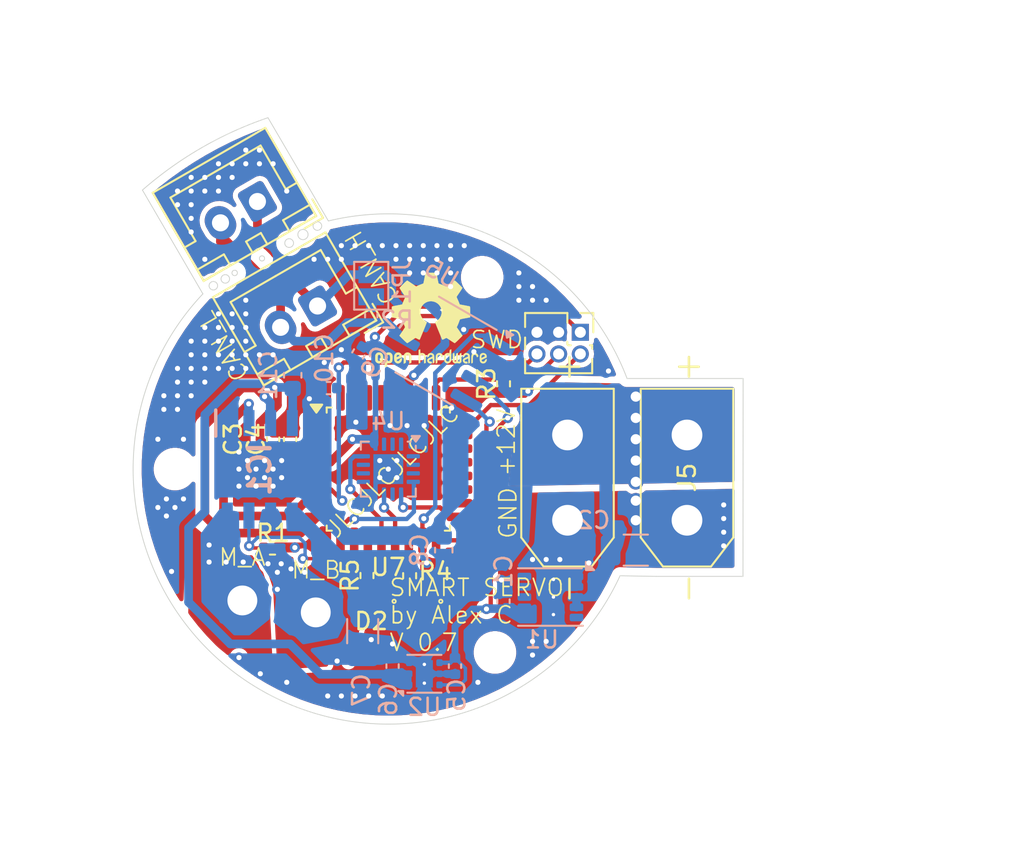
<source format=kicad_pcb>
(kicad_pcb (version 20240108) (generator "pcbnew") (generator_version "8.0")
  (layers (0 "F.Cu" signal "Front") (1 "In1.Cu" signal) (2 "In2.Cu" signal) (31 "B.Cu" signal "Back") (34 "B.Paste" user) (35 "F.Paste" user) (36 "B.SilkS" user "B.Silkscreen") (37 "F.SilkS" user "F.Silkscreen") (38 "B.Mask" user) (39 "F.Mask" user) (44 "Edge.Cuts" user))
  (net 0 "")
  (net 1 "GND")
  (net 2 "+3V3")
  (net 3 "+12V")
  (net 4 "RP_RX")
  (net 5 "RP_TX")
  (net 6 "ISEN")
  (net 7 "Net-(IC1-OUT2)")
  (net 8 "Net-(IC1-OUT1)")
  (net 9 "MOSI")
  (net 10 "+5V")
  (net 11 "CAN_H")
  (net 12 "CAN_L")
  (net 13 "CAN_SILENT")
  (net 14 "Net-(D1-Pad2)")
  (net 19 "NRST")
  (net 20 "SWCLK")
  (net 21 "SWDIO")
  (net 23 "DRV_IN2")
  (net 27 "MISO")
  (net 28 "MAG_CS")
  (net 32 "SCK")
  (net 37 "Net-(D2-Pad2)")
  (net 38 "DRV_IN1")
  (net 53 "Net-(JP1-A)")
  (net 54 "Net-(U7-PA7)")
  (net 55 "Net-(U7-PA4)")
  (footprint "Capacitor_SMD:C_0402_1005Metric" (layer "F.Cu") (at 86.75 71 90)
    (property "Reference" "C3")
    (property "Value" "100nF")
  )
  (footprint "Package_QFP:LQFP-32_7x7mm_P0.8mm" (layer "F.Cu") (at 93.5 72.75)
    (property "Reference" "U7")
    (property "Value" "STM32G0B1KBTx")
  )
  (footprint "Resistor_SMD:R_0402_1005Metric" (layer "F.Cu") (at 100.25 67.75 -90)
    (property "Reference" "R3")
    (property "Value" "10k")
  )
  (footprint "Resistor_SMD:R_0402_1005Metric" (layer "F.Cu") (at 94.75 79 -90)
    (property "Reference" "R4")
    (property "Value" "430")
  )
  (footprint "Connector_Wire:SolderWire-1sqmm_1x01_D1.4mm_OD2.7mm" (layer "F.Cu") (at 89.25 81.15)
    (property "Reference" "J2" (hide yes))
    (property "Value" "MOT_A")
  )
  (footprint "MountingHole:MountingHole_2.2mm_M2" (layer "F.Cu") (at 99.75 83.5)
    (property "Reference" "REF**" (hide yes))
    (property "Value" "MountingHole_2.2mm_M2")
  )
  (footprint "Capacitor_SMD:C_0402_1005Metric" (layer "F.Cu") (at 87.75 71 90)
    (property "Reference" "C4")
    (property "Value" "4.7uF")
  )
  (footprint "Symbol:OSHW-Logo2_7.3x6mm_SilkScreen" (layer "F.Cu") (at 96 64)
    (property "Reference" "REF**" (hide yes))
    (property "Value" "OSHW-Logo2_7.3x6mm_SilkScreen" (hide yes))
  )
  (footprint "Resistor_SMD:R_0402_1005Metric" (layer "F.Cu") (at 86.715 77.38175)
    (property "Reference" "R1")
    (property "Value" "15k")
  )
  (footprint "Connector_AMASS:AMASS_XT30UPB-M_1x02_P5.0mm_Vertical" (layer "F.Cu") (at 110.999999 75.75 90)
    (property "Reference" "J5")
    (property "Value" "Power_In")
  )
  (footprint "Connector_JST:JST_XH_B2B-XH-A_1x02_P2.50mm_Vertical" (layer "F.Cu") (at 85.832923 57.063277 -150)
    (property "Reference" "J6" (hide yes))
    (property "Value" "Control_In")
  )
  (footprint "MountingHole:MountingHole_2.2mm_M2" (layer "F.Cu") (at 81 72.75)
    (property "Reference" "REF**" (hide yes))
    (property "Value" "MountingHole_2.2mm_M2")
  )
  (footprint "Connector_Wire:SolderWire-1sqmm_1x01_D1.4mm_OD2.7mm" (layer "F.Cu") (at 84.95 80.45)
    (property "Reference" "J7" (hide yes))
    (property "Value" "MOT_B")
  )
  (footprint "Connector_JST:JST_XH_B2B-XH-A_1x02_P2.50mm_Vertical" (layer "F.Cu") (at 89.354915 63.188669 -150)
    (property "Reference" "J1" (hide yes))
    (property "Value" "Control_In")
  )
  (footprint "Connector_AMASS:AMASS_XT30UPB-M_1x02_P5.0mm_Vertical" (layer "F.Cu") (at 104 75.75 90)
    (property "Reference" "J4" (hide yes))
    (property "Value" "Power_In")
  )
  (footprint "LED_SMD:LED_0402_1005Metric" (layer "F.Cu") (at 92.75 80.5 180)
    (property "Reference" "D2")
    (property "Value" "LED")
  )
  (footprint "MountingHole:MountingHole_2.2mm_M2" (layer "F.Cu") (at 99 61.5)
    (property "Reference" "REF**" (hide yes))
    (property "Value" "MountingHole_2.2mm_M2")
  )
  (footprint "Resistor_SMD:R_0402_1005Metric" (layer "F.Cu") (at 92.250001 78.99 -90)
    (property "Reference" "R5")
    (property "Value" "430")
  )
  (footprint "Connector_PinHeader_1.27mm:PinHeader_2x03_P1.27mm_Vertical" (layer "F.Cu") (at 104.75 64.729999 -90)
    (property "Reference" "J3" (hide yes))
    (property "Value" "Prog_IN")
  )
  (footprint "LED_SMD:LED_0402_1005Metric" (layer "F.Cu") (at 95.484998 80.5 180)
    (property "Reference" "D1" (hide yes))
    (property "Value" "LED")
  )
  (footprint "Capacitor_SMD:C_0402_1005Metric" (layer "B.Cu") (at 90 68)
    (property "Reference" "C10")
    (property "Value" "100nF")
  )
  (footprint "Capacitor_SMD:C_1206_3216Metric" (layer "B.Cu") (at 92 82.25 90)
    (property "Reference" "C7")
    (property "Value" "10uF, 50V")
  )
  (footprint "Capacitor_SMD:C_1206_3216Metric" (layer "B.Cu") (at 108 77.5 180)
    (property "Reference" "C2")
    (property "Value" "10uF, 50V, X7R")
  )
  (footprint "Capacitor_SMD:C_0402_1005Metric" (layer "B.Cu") (at 93.75 84.300002 90)
    (property "Reference" "C6")
    (property "Value" "2.2uF, X7R")
  )
  (footprint "Capacitor_SMD:C_0603_1608Metric" (layer "B.Cu") (at 87.9 67.25 -90)
    (property "Reference" "C11")
    (property "Value" "100nF, X7R")
  )
  (footprint "Package_SON:WSON-6-1EP_2x2mm_P0.65mm_EP1x1.6mm_ThermalVias" (layer "B.Cu") (at 95.6125 84.750001)
    (property "Reference" "U2")
    (property "Value" "TLV76733DRVx")
  )
  (footprint "_custom:SOIC127P600X170-9N" (layer "B.Cu") (at 85.969999 72.762999 -90)
    (property "Reference" "IC1")
    (property "Value" "DRV8251DDAR" (hide yes))
  )
  (footprint "Capacitor_SMD:C_0402_1005Metric" (layer "B.Cu") (at 91.75 66 60)
    (property "Reference" "C9")
    (property "Value" "100nF")
  )
  (footprint "Capacitor_SMD:C_0402_1005Metric" (layer "B.Cu") (at 100.25 80.5 -90)
    (property "Reference" "C1")
    (property "Value" "100nF, X7R")
  )
  (footprint "Jumper:SolderJumper-2_P1.3mm_Open_Pad1.0x1.5mm" (layer "B.Cu") (at 92.5 62 90)
    (property "Reference" "JP1")
    (property "Value" "Jumper_2_Open")
  )
  (footprint "Package_SO:SOIC-8_3.9x4.9mm_P1.27mm" (layer "B.Cu") (at 96.87909 65.832721 150)
    (property "Reference" "U5")
    (property "Value" "TJA1051T-3")
  )
  (footprint "Package_DFN_QFN:QFN-16-1EP_3x3mm_P0.5mm_EP1.75x1.75mm" (layer "B.Cu") (at 93.5 72.75 180)
    (property "Reference" "U4")
    (property "Value" "MA730")
  )
  (footprint "Capacitor_SMD:C_0603_1608Metric" (layer "B.Cu") (at 96.75 77.5 -90)
    (property "Reference" "C8")
    (property "Value" "100nF, 50V")
  )
  (footprint "Capacitor_SMD:C_0402_1005Metric" (layer "B.Cu") (at 92.5 63.75 -90)
    (property "Reference" "R2")
    (property "Value" "120")
  )
  (footprint "Package_LGA:Texas_SIL0010A_MicroSiP-10-1EP_3.8x3mm_P0.6mm_EP0.7x2.9mm_ThermalVias" (layer "B.Cu") (at 103 80.25 180)
    (property "Reference" "U1")
    (property "Value" "LMZM23601V5")
  )
  (footprint "Capacitor_SMD:C_0402_1005Metric" (layer "B.Cu") (at 97.407499 84.300003 -90)
    (property "Reference" "C5")
    (property "Value" "1uF, X7R")
  )
  (gr_arc (start 107.079445 79.002907) (mid 85.127056 85.135233) (end 82.637075 62.478826) (stroke (width 0.05)) (layer "Edge.Cuts"))
  (gr_circle (center 83.95 61.6) (end 84.2 61.6) (stroke (width 0.05)) (fill none) (layer "Edge.Cuts"))
  (gr_line (start 82.637074 62.478825) (end 79.1 56.4) (stroke (width 0.05)) (layer "Edge.Cuts"))
  (gr_circle (center 86.1 60.4) (end 86.25 60.4) (stroke (width 0.05)) (fill none) (layer "Edge.Cuts"))
  (gr_arc (start 79.094221 56.393393) (mid 82.564125 53.91116) (end 86.45 52.150001) (stroke (width 0.05)) (layer "Edge.Cuts"))
  (gr_arc (start 89.988879 58.203928) (mid 100.484123 59.516021) (end 107.489999 67.44) (stroke (width 0.05)) (layer "Edge.Cuts"))
  (gr_circle (center 87.690984 59.5) (end 87.75 59.25) (stroke (width 0.05)) (fill none) (layer "Edge.Cuts"))
  (gr_line (start 107.489999 67.44) (end 114.29 67.44) (stroke (width 0.05)) (layer "Edge.Cuts"))
  (gr_line (start 109.2 79.04) (end 114.28 79.04) (stroke (width 0.05)) (layer "Edge.Cuts"))
  (gr_circle (center 88.5 59) (end 88.8 59) (stroke (width 0.05)) (fill none) (layer "Edge.Cuts"))
  (gr_line (start 114.29 67.44) (end 114.28 79.04) (stroke (width 0.05)) (layer "Edge.Cuts"))
  (gr_line (start 109.2 79.04) (end 107.079445 79.002907) (stroke (width 0.05)) (layer "Edge.Cuts"))
  (gr_line (start 89.988879 58.203928) (end 86.45 52.15) (stroke (width 0.05)) (layer "Edge.Cuts"))
  (gr_circle (center 89.346447 58.5) (end 89.6 58.5) (stroke (width 0.05)) (fill none) (layer "Edge.Cuts"))
  (gr_circle (center 84.5 61.25) (end 84.65 61.3) (stroke (width 0.05)) (fill none) (layer "Edge.Cuts"))
  (gr_circle (center 83.25 62) (end 83.5 62) (stroke (width 0.05)) (fill none) (layer "Edge.Cuts"))
  (gr_text "JLCJLCJLCJLC" (at 90.48 76.96 45) (layer "F.SilkS") (effects (font (size 1 1) (thickness 0.1)) (justify left bottom)))
  (gr_text "M_A" (at 83.5 78.5 0) (layer "F.SilkS") (effects (font (size 1 1) (thickness 0.1)) (justify left bottom)))
  (gr_text "SMART SERVO\nby Alex C\nV 0.7" (at 93.5 83.5 0) (layer "F.SilkS") (effects (font (size 1 1) (thickness 0.1)) (justify left bottom)))
  (gr_text "GND" (at 101.098426 76.912485 90) (layer "F.SilkS") (effects (font (size 1 1) (thickness 0.1)) (justify left bottom)))
  (gr_text "CAN_H" (at 94.25 62.75 120) (layer "F.SilkS") (effects (font (size 1 1) (thickness 0.1)) (justify left bottom)))
  (gr_text "CAN_L" (at 85.5 67.25 120) (layer "F.SilkS") (effects (font (size 1 1) (thickness 0.1)) (justify left bottom)))
  (gr_text "M_B" (at 87.75 79.25 0) (layer "F.SilkS") (effects (font (size 1 1) (thickness 0.1)) (justify left bottom)))
  (gr_text "SWD" (at 98.25 65.75 0) (layer "F.SilkS") (effects (font (size 1 1) (thickness 0.1)) (justify left bottom)))
  (gr_text "+12V" (at 101 73.25 90) (layer "F.SilkS") (effects (font (size 1 1) (thickness 0.1)) (justify left bottom)))
  (segment (start 87.65 73.15) (end 87.25 72.75) (width 0.508) (layer "F.Cu") (net 1))
  (segment (start 101.613288 68.25) (end 101.681644 68.181644) (width 0.2) (layer "F.Cu") (net 1))
  (segment (start 87.75 70.52) (end 86.75 70.52) (width 0.508) (layer "F.Cu") (net 1))
  (segment (start 87.993253 77.381747) (end 88.025 77.35) (width 0.508) (layer "F.Cu") (net 1))
  (segment (start 91.75 72.25) (end 93 72.25) (width 0.508) (layer "F.Cu") (net 1))
  (segment (start 89.325 73.15) (end 87.65 73.15) (width 0.508) (layer "F.Cu") (net 1))
  (segment (start 87.75 69.75) (end 87.75 70.52) (width 0.508) (layer "F.Cu") (net 1))
  (segment (start 87.65 73.15) (end 87.25 73.25) (width 0.508) (layer "F.Cu") (net 1))
  (segment (start 88.875 68.625) (end 87.75 69.75) (width 0.508) (layer "F.Cu") (net 1))
  (segment (start 89.325 73.15) (end 90.85 73.15) (width 0.508) (layer "F.Cu") (net 1))
  (segment (start 87.25 73.25) (end 86.75 72.75) (width 0.508) (layer "F.Cu") (net 1))
  (segment (start 101.25 68.25) (end 101.613288 68.25) (width 0.2) (layer "F.Cu") (net 1))
  (segment (start 87.224999 77.381747) (end 87.993253 77.381747) (width 0.508) (layer "F.Cu") (net 1))
  (segment (start 86.75 72.75) (end 87.25 72.25) (width 0.508) (layer "F.Cu") (net 1))
  (segment (start 90.85 73.15) (end 91.75 72.25) (width 0.508) (layer "F.Cu") (net 1))
  (via (at 82.75 55.65) (size 0.6) (drill 0.3) (layers "F.Cu" "B.Cu") (net 1))
  (via (at 86.75 72.75) (size 0.6) (drill 0.3) (layers "F.Cu" "B.Cu") (net 1))
  (via (at 90.75 60.45) (size 0.6) (drill 0.3) (layers "F.Cu" "B.Cu") (net 1))
  (via (at 97.95 59.65) (size 0.6) (drill 0.3) (layers "F.Cu" "B.Cu") (net 1))
  (via (at 81.95 66.85) (size 0.6) (drill 0.3) (layers "F.Cu" "B.Cu") (net 1))
  (via (at 81 75) (size 0.6) (drill 0.3) (layers "F.Cu" "B.Cu") (net 1))
  (via (at 85.95 54.05) (size 0.6) (drill 0.3) (layers "F.Cu" "B.Cu") (net 1))
  (via (at 101.95 78.05) (size 0.6) (drill 0.3) (layers "F.Cu" "B.Cu") (net 1))
  (via (at 93.5 72.75) (size 0.6) (drill 0.3) (layers "F.Cu" "B.Cu") (net 1))
  (via (at 97.15 60.45) (size 0.6) (drill 0.3) (layers "F.Cu" "B.Cu") (net 1))
  (via (at 93.75 83) (size 0.6) (drill 0.3) (layers "F.Cu" "B.Cu") (net 1))
  (via (at 83.55 65.25) (size 0.6) (drill 0.3) (layers "F.Cu" "B.Cu") (net 1))
  (via (at 95.55 59.65) (size 0.6) (drill 0.3) (layers "F.Cu" "B.Cu") (net 1))
  (via (at 85.25 73.25) (size 0.6) (drill 0.3) (layers "F.Cu" "B.Cu") (net 1))
  (via (at 81.5 71) (size 0.6) (drill 0.3) (layers "F.Cu" "B.Cu") (net 1))
  (via (at 80.35 69.25) (size 0.6) (drill 0.3) (layers "F.Cu" "B.Cu") (net 1))
  (via (at 80.5 74.5) (size 0.6) (drill 0.3) (layers "F.Cu" "B.Cu") (net 1))
  (via (at 95.6 70.2) (size 0.6) (drill 0.3) (layers "F.Cu" "B.Cu") (net 1))
  (via (at 81.15 68.45) (size 0.6) (drill 0.3) (layers "F.Cu" "B.Cu") (net 1))
  (via (at 92.35 86.05) (size 0.6) (drill 0.3) (layers "F.Cu" "B.Cu") (net 1))
  (via (at 82.75 64.45) (size 0.6) (drill 0.3) (layers "F.Cu" "B.Cu") (net 1))
  (via (at 87.55 85.25) (size 0.6) (drill 0.3) (layers "F.Cu" "B.Cu") (net 1))
  (via (at 92.35 59.65) (size 0.6) (drill 0.3) (layers "F.Cu" "B.Cu") (net 1))
  (via (at 84.75 71.75) (size 0.6) (drill 0.3) (layers "F.Cu" "B.Cu") (net 1))
  (via (at 81.15 66.85) (size 0.6) (drill 0.3) (layers "F.Cu" "B.Cu") (net 1))
  (via (at 93.15 86.05) (size 0.6) (drill 0.3) (layers "F.Cu" "B.Cu") (net 1))
  (via (at 86.001524 84.747615) (size 0.6) (drill 0.3) (layers "F.Cu" "B.Cu") (net 1))
  (via (at 80.35 68.45) (size 0.6) (drill 0.3) (layers "F.Cu" "B.Cu") (net 1))
  (via (at 84.35 64.45) (size 0.6) (drill 0.3) (layers "F.Cu" "B.Cu") (net 1))
  (via (at 88.875 68.625) (size 0.6) (drill 0.3) (layers "F.Cu" "B.Cu") (net 1))
  (via (at 90.5 84) (size 0.6) (drill 0.3) (layers "F.Cu" "B.Cu") (net 1))
  (via (at 84.35 63.65) (size 0.6) (drill 0.3) (layers "F.Cu" "B.Cu") (net 1))
  (via (at 106.4 67) (size 0.6) (drill 0.3) (layers "F.Cu" "B.Cu") (net 1))
  (via (at 80 75) (size 0.6) (drill 0.3) (layers "F.Cu" "B.Cu") (net 1))
  (via (at 92.5 82.75) (size 0.6) (drill 0.3) (layers "F.Cu" "B.Cu") (net 1))
  (via (at 91.55 59.65) (size 0.6) (drill 0.3) (layers "F.Cu" "B.Cu") (net 1))
  (via (at 93 72.25) (size 0.6) (drill 0.3) (layers "F.Cu" "B.Cu") (net 1))
  (via (at 81.95 55.65) (size 0.6) (drill 0.3) (layers "F.Cu" "B.Cu") (net 1))
  (via (at 98.513712 65.873) (size 0.6) (drill 0.3) (layers "F.Cu" "B.Cu") (net 1))
  (via (at 85.15 62.85) (size 0.6) (drill 0.3) (layers "F.Cu" "B.Cu") (net 1))
  (via (at 93 73.25) (size 0.6) (drill 0.3) (layers "F.Cu" "B.Cu") (net 1))
  (via (at 102.75 82.85) (size 0.6) (drill 0.3) (layers "F.Cu" "B.Cu") (net 1))
  (via (at 89.15 60.45) (size 0.6) (drill 0.3) (layers "F.Cu" "B.Cu") (net 1))
  (via (at 93.15 59.65) (size 0.6) (drill 0.3) (layers "F.Cu" "B.Cu") (net 1))
  (via (at 85.95 54.85) (size 0.6) (drill 0.3) (layers "F.Cu" "B.Cu") (net 1))
  (via (at 81.95 58.05) (size 0.6) (drill 0.3) (layers "F.Cu" "B.Cu") (net 1))
  (via (at 84.35 54.85) (size 0.6) (drill 0.3) (layers "F.Cu" "B.Cu") (net 1))
  (via (at 81.95 58.85) (size 0.6) (drill 0.3) (layers "F.Cu" "B.Cu") (net 1))
  (via (at 93.6 70.2) (size 0.6) (drill 0.3) (layers "F.Cu" "B.Cu") (net 1))
  (via (at 82.75 66.85) (size 0.6) (drill 0.3) (layers "F.Cu" "B.Cu") (net 1))
  (via (at 97.15 61.25) (size 0.6) (drill 0.3) (layers "F.Cu" "B.Cu") (net 1))
  (via (at 83.55 54.85) (size 0.6) (drill 0.3) (layers "F.Cu" "B.Cu") (net 1))
  (via (at 101.15 62.05) (size 0.6) (drill 0.3) (layers "F.Cu" "B.Cu") (net 1))
  (via (at 90.75 86.05) (size 0.6) (drill 0.3) (layers "F.Cu" "B.Cu") (net 1))
  (via (at 101.95 62.85) (size 0.6) (drill 0.3) (layers "F.Cu" "B.Cu") (net 1))
  (via (at 88.025 77.35) (size 0.6) (drill 0.3) (layers "F.Cu" "B.Cu") (net 1))
  (via (at 82.75 60.45) (size 0.6) (drill 0.3) (layers "F.Cu" "B.Cu") (net 1))
  (via (at 83.55 64.45) (size 0.6) (drill 0.3) (layers "F.Cu" "B.Cu") (net 1))
  (via (at 113.15 77.25) (size 0.6) (drill 0.3) (layers "F.Cu" "B.Cu") (net 1))
  (via (at 81.15 57.25) (size 0.6) (drill 0.3) (layers "F.Cu" "B.Cu") (net 1))
  (via (at 80.8 78.75) (size 0.6) (drill 0.3) (layers "F.Cu" "B.Cu") (net 1))
  (via (at 108 75.75) (size 0.9) (drill 0.6) (layers "F.Cu" "B.Cu") (net 1))
  (via (at 85.15 54.05) (size 0.6) (drill 0.3) (layers "F.Cu" "B.Cu") (net 1))
  (via (at 105.25 78.25) (size 0.6) (drill 0.3) (layers "F.Cu" "B.Cu") (net 1))
  (via (at 86.75 73.75) (size 0.6) (drill 0.3) (layers "F.Cu" "B.Cu") (net 1))
  (via (at 98.75 85.25) (size 0.6) (drill 0.3) (layers "F.Cu" "B.Cu") (net 1))
  (via (at 95.55 61.25) (size 0.6) (drill 0.3) (layers "F.Cu" "B.Cu") (net 1))
  (via (at 84.75 72.75) (size 0.6) (drill 0.3) (layers "F.Cu" "B.Cu") (net 1))
  (via (at 85.75 73.75) (size 0.6) (drill 0.3) (layers "F.Cu" "B.Cu") (net 1))
  (via (at 81.5 74.5) (size 0.6) (drill 0.3) (layers "F.Cu" "B.Cu") (net 1))
  (via (at 84.75 83.8) (size 0.6) (drill 0.3) (layers "F.Cu" "B.Cu") (net 1))
  (via (at 113.15 76.45) (size 0.6) (drill 0.3) (layers "F.Cu" "B.Cu") (net 1))
  (via (at 84.35 65.25) (size 0.6) (drill 0.3) (layers "F.Cu" "B.Cu") (net 1))
  (via (at 81.95 67.65) (size 0.6) (drill 0.3) (layers "F.Cu" "B.Cu") (net 1))
  (via (at 95.75 78.25) (size 0.6) (drill 0.3) (layers "F.Cu" "B.Cu") (net 1))
  (via (at 84.35 66.05) (size 0.6) (drill 0.3) (layers "F.Cu" "B.Cu") (net 1))
  (via (at 81.15 56.45) (size 0.6) (drill 0.3) (layers "F.Cu" "B.Cu") (net 1))
  (via (at 80 71) (size 0.6) (drill 0.3) (layers "F.Cu" "B.Cu") (net 1))
  (via (at 85.75 72.75) (size 0.6) (drill 0.3) (layers "F.Cu" "B.Cu") (net 1))
  (via (at 96.35 59.65) (size 0.6) (drill 0.3) (layers "F.Cu" "B.Cu") (net 1))
  (via (at 94.75 59.65) (size 0.6) (drill 0.3) (layers "F.Cu" "B.Cu") (net 1))
  (via (at 85.15 54.85) (size 0.6) (drill 0.3) (layers "F.Cu" "B.Cu") (net 1))
  (via (at 85.15 65.25) (size 0.6) (drill 0.3) (layers "F.Cu" "B.Cu") (net 1))
  (via (at 81.95 66.05) (size 0.6) (drill 0.3) (layers "F.Cu" "B.Cu") (net 1))
  (via (at 83.55 55.65) (size 0.6) (drill 0.3) (layers "F.Cu" "B.Cu") (net 1))
  (via (at 97.916644 64.566644) (size 0.6) (drill 0.3) (layers "F.Cu" "B.Cu") (net 1))
  (via (at 101.95 83.65) (size 0.6) (drill 0.3) (layers "F.Cu" "B.Cu") (net 1))
  (via (at 93.95 59.65) (size 0.6) (drill 0.3) (layers "F.Cu" "B.Cu") (net 1))
  (via (at 103.55 78.05) (size 0.6) (drill 0.3) (layers "F.Cu" "B.Cu") (net 1))
  (via (at 82.75 66.05) (size 0.6) (drill 0.3) (layers "F.Cu" "B.Cu") (net 1))
  (via (at 97.15 62.05) (size 0.6) (drill 0.3) (layers "F.Cu" "B.Cu") (net 1))
  (via (at 89.95 86.05) (size 0.6) (drill 0.3) (layers "F.Cu" "B.Cu") (net 1))
  (via (at 86.25 72.25) (size 0.6) (drill 0.3) (layers "F.Cu" "B.Cu") (net 1))
  (via (at 94.75 61.25) (size 0.6) (drill 0.3) (layers "F.Cu" "B.Cu") (net 1))
  (via (at 86.75 66.05) (size 0.6) (drill 0.3) (layers "F.Cu" "B.Cu") (net 1))
  (via (at 113.15 74.85) (size 0.6) (drill 0.3) (layers "F.Cu" "B.Cu") (net 1))
  (via (at 95.55 60.45) (size 0.6) (drill 0.3) (layers "F.Cu" "B.Cu") (net 1))
  (via (at 85.25 72.25) (size 0.6) (drill 0.3) (layers "F.Cu" "B.Cu") (net 1))
  (via (at 101.15 62.85) (size 0.6) (drill 0.3) (layers "F.Cu" "B.Cu") (net 1))
  (via (at 101.15 61.25) (size 0.6) (drill 0.3) (layers "F.Cu" "B.Cu") (net 1))
  (via (at 80.5 75.5) (size 0.6) (drill 0.3) (layers "F.Cu" "B.Cu") (net 1))
  (via (at 91.6 70) (size 0.6) (drill 0.3) (layers "F.Cu" "B.Cu") (net 1))
  (via (at 85.15 63.65) (size 0.6) (drill 0.3) (layers "F.Cu" "B.Cu") (net 1))
  (via (at 85.15 66.85) (size 0.6) (drill 0.3) (layers "F.Cu" "B.Cu") (net 1))
  (via (at 84.35 66.85) (size 0.6) (drill 0.3) (layers "F.Cu" "B.Cu") (net 1))
  (via (at 82.75 67.65) (size 0.6) (drill 0.3) (layers "F.Cu" "B.Cu") (net 1))
  (via (at 86.25 73.25) (size 0.6) (drill 0.3) (layers "F.Cu" "B.Cu") (net 1))
  (via (at 81.95 57.25) (size 0.6) (drill 0.3) (layers "F.Cu" "B.Cu") (net 1))
  (via (at 83.55 66.05) (size 0.6) (drill 0.3) (layers "F.Cu" "B.Cu") (net 1))
  (via (at 85.95 66.05) (size 0.6) (drill 0.3) (layers "F.Cu" "B.Cu") (net 1))
  (via (at 97.15 59.65) (size 0.6) (drill 0.3) (layers "F.Cu" "B.Cu") (net 1))
  (via (at 90.75 59.65) (size 0.6) (drill 0.3) (layers "F.Cu" "B.Cu") (net 1))
  (via (at 81.15 67.65) (size 0.6) (drill 0.3) (layers "F.Cu" "B.Cu") (net 1))
  (via (at 83.55 63.65) (size 0.6) (drill 0.3) (layers "F.Cu" "B.Cu") (net 1))
  (via (at 97.21 69.17) (size 0.6) (drill 0.3) (layers "F.Cu" "B.Cu") (net 1))
  (via (at 94 72.25) (size 0.6) (drill 0.3) (layers "F.Cu" "B.Cu") (net 1))
  (via (at 86.75 54.85) (size 0.6) (drill 0.3) (layers "F.Cu" "B.Cu") (net 1))
  (via (at 101.95 82.85) (size 0.6) (drill 0.3) (layers "F.Cu" "B.Cu") (net 1))
  (via (at 101.95 62.05) (size 0.6) (drill 0.3) (layers "F.Cu" "B.Cu") (net 1))
  (via (at 81.95 65.25) (size 0.6) (drill 0.3) (layers "F.Cu" "B.Cu") (net 1))
  (via (at 102.75 78.05) (size 0.6) (drill 0.3) (layers "F.Cu" "B.Cu") (net 1))
  (via (at 83.55 56.45) (size 0.6) (drill 0.3) (layers "F.Cu" "B.Cu") (net 1))
  (via (at 83.55 66.85) (size 0.6) (drill 0.3) (layers "F.Cu" "B.Cu") (net 1))
  (via (at 94.6 70.2) (size 0.6) (drill 0.3) (layers "F.Cu" "B.Cu") (net 1))
  (via (at 87.55 56.45) (size 0.6) (drill 0.3) (layers "F.Cu" "B.Cu") (net 1))
  (via (at 89.95 60.45) (size 0.6) (drill 0.3) (layers "F.Cu" "B.Cu") (net 1))
  (via (at 85.15 64.45) (size 0.6) (drill 0.3) (layers "F.Cu" "B.Cu") (net 1))
  (via (at 96.35 60.45) (size 0.6) (drill 0.3) (layers "F.Cu" "B.Cu") (net 1))
  (via (at 85.15 66.05) (size 0.6) (drill 0.3) (layers "F.Cu" "B.Cu") (net 1))
  (via (at 87.25 72.25) (size 0.6) (drill 0.3) (layers "F.Cu" "B.Cu") (net 1))
  (via (at 101.681644 68.181644) (size 0.6) (drill 0.3) (layers "F.Cu" "B.Cu") (net 1))
  (via (at 82.75 56.45) (size 0.6) (drill 0.3) (layers "F.Cu" "B.Cu") (net 1))
  (via (at 108 74.600003) (size 0.9) (drill 0.6) (layers "F.Cu" "B.Cu") (net 1))
  (via (at 87.25 73.25) (size 0.6) (drill 0.3) (layers "F.Cu" "B.Cu") (net 1))
  (via (at 91.55 86.05) (size 0.6) (drill 0.3) (layers "F.Cu" "B.Cu") (net 1))
  (via (at 102.75 62.85) (size 0.6) (drill 0.3) (layers "F.Cu" "B.Cu") (net 1))
  (via (at 94 73.25) (size 0.6) (drill 0.3) (layers "F.Cu" "B.Cu") (net 1))
  (via (at 100.127 79.25) (size 0.6) (drill 0.3) (layers "F.Cu" "B.Cu") (net 1))
  (via (at 81.95 68.45) (size 0.6) (drill 0.3) (layers "F.Cu" "B.Cu") (net 1))
  (via (at 89.75 66.5) (size 0.6) (drill 0.3) (layers "F.Cu" "B.Cu") (net 1))
  (via (at 93.95 60.45) (size 0.6) (drill 0.3) (layers "F.Cu" "B.Cu") (net 1))
  (via (at 90.75 65.75) (size 0.6) (drill 0.3) (layers "F.Cu" "B.Cu") (net 1))
  (via (at 94.75 60.45) (size 0.6) (drill 0.3) (layers "F.Cu" "B.Cu") (net 1))
  (via (at 84.75 73.75) (size 0.6) (drill 0.3) (layers "F.Cu" "B.Cu") (net 1))
  (via (at 81.95 56.45) (size 0.6) (drill 0.3) (layers "F.Cu" "B.Cu") (net 1))
  (via (at 82.75 65.25) (size 0.6) (drill 0.3) (layers "F.Cu" "B.Cu") (net 1))
  (via (at 84.35 55.65) (size 0.6) (drill 0.3) (layers "F.Cu" "B.Cu") (net 1))
  (via (at 96.35 61.25) (size 0.6) (drill 0.3) (layers "F.Cu" "B.Cu") (net 1))
  (via (at 113.15 75.65) (size 0.6) (drill 0.3) (layers "F.Cu" "B.Cu") (net 1))
  (via (at 81.15 69.25) (size 0.6) (drill 0.3) (layers "F.Cu" "B.Cu") (net 1))
  (segment (start 95.5 78) (end 95.5 76.999998) (width 0.254) (layer "B.Cu") (net 1))
  (segment (start 100.25 80.02) (end 100.127 79.897) (width 0.508) (layer "B.Cu") (net 1))
  (segment (start 100.475 80.02) (end 100.25 80.02) (width 0.508) (layer "B.Cu") (net 1))
  (segment (start 104.525001 79.65) (end 103.605002 79.65) (width 0.5) (layer "B.Cu") (net 1))
  (segment (start 105.25 77.1) (end 105.25 76.75) (width 0.254) (layer "B.Cu") (net 1))
  (segment (start 96.75 76.474999) (end 96.024999 76.474999) (width 0.762) (layer "B.Cu") (net 1))
  (segment (start 92.752 73.498) (end 93 73.25) (width 0.254) (layer "B.Cu") (net 1))
  (segment (start 100.525 79.97) (end 100.475 80.02) (width 0.508) (layer "B.Cu") (net 1))
  (segment (start 104.525 79.05) (end 103.345 79.05) (width 0.5) (layer "B.Cu") (net 1))
  (segment (start 92.752 74.2105) (end 92.752 73.498) (width 0.254) (layer "B.Cu") (net 1))
  (segment (start 103.605002 79.65) (end 103.175001 79.219999) (width 0.5) (layer "B.Cu") (net 1))
  (segment (start 105.250001 77.100001) (end 105.25 77.1) (width 0.254) (layer "B.Cu") (net 1))
  (segment (start 106.25 67.15) (end 106.4 67) (width 0.508) (layer "B.Cu") (net 1))
  (segment (start 95.75 78.25) (end 95.5 78) (width 0.254) (layer "B.Cu") (net 1))
  (segment (start 98.513712 65.873) (end 99.250913 66.610201) (width 0.508) (layer "B.Cu") (net 1))
  (segment (start 92.75 74.2125) (end 92.752 74.2105) (width 0.254) (layer "B.Cu") (net 1))
  (segment (start 105.25 76.75) (end 105 76.5) (width 0.254) (layer "B.Cu") (net 1))
  (segment (start 100.127 79.897) (end 100.127 79.25) (width 0.508) (layer "B.Cu") (net 1))
  (segment (start 104.775 78.725) (end 104.775 79.05) (width 0.2) (layer "B.Cu") (net 1))
  (segment (start 103.345 79.05) (end 103.175001 79.219999) (width 0.2) (layer "B.Cu") (net 1))
  (segment (start 105.25 78.25) (end 104.775 78.725) (width 0.2) (layer "B.Cu") (net 1))
  (segment (start 96.024999 76.474999) (end 95.5 76.999998) (width 0.762) (layer "B.Cu") (net 1))
  (segment (start 99.250913 66.610201) (end 99.250913 66.617574) (width 0.508) (layer "B.Cu") (net 1))
  (segment (start 92.717111 65.008888) (end 93.945999 63.78) (width 0.254) (layer "F.Cu") (net 2))
  (segment (start 86.440001 71.48) (end 86.75 71.48) (width 0.508) (layer "F.Cu") (net 2))
  (segment (start 87.004 68.996) (end 85.986 70.014) (width 0.508) (layer "F.Cu") (net 2))
  (segment (start 87.75 71.48) (end 87.75 71.547294) (width 0.508) (layer "F.Cu") (net 2))
  (segment (start 91.4 71.047294) (end 90.097294 72.35) (width 0.508) (layer "F.Cu") (net 2))
  (segment (start 103.800001 63.78) (end 104.75 64.729999) (width 0.254) (layer "F.Cu") (net 2))
  (segment (start 86.841562 67.96143) (end 87.004 68.123868) (width 0.508) (layer "F.Cu") (net 2))
  (segment (start 90.097294 72.35) (end 89.325 72.35) (width 0.508) (layer "F.Cu") (net 2))
  (segment (start 87.75 71.547294) (end 88.552706 72.35) (width 0.508) (layer "F.Cu") (net 2))
  (segment (start 93.945999 63.78) (end 103.800001 63.78) (width 0.254) (layer "F.Cu") (net 2))
  (segment (start 85.986 71.025999) (end 86.440001 71.48) (width 0.508) (layer "F.Cu") (net 2))
  (segment (start 86.75 71.48) (end 87.75 71.48) (width 0.508) (layer "F.Cu") (net 2))
  (segment (start 85.986 70.014) (end 85.986 71.025999) (width 0.508) (layer "F.Cu") (net 2))
  (segment (start 87.004 68.123868) (end 87.004 68.996) (width 0.508) (layer "F.Cu") (net 2))
  (segment (start 91.4 71) (end 91.4 71.047294) (width 0.508) (layer "F.Cu") (net 2))
  (segment (start 88.552706 72.35) (end 89.325 72.35) (width 0.508) (layer "F.Cu") (net 2))
  (via (at 86.841562 67.96143) (size 0.6) (drill 0.3) (layers "F.Cu" "B.Cu") (net 2))
  (via (at 91.4 71) (size 0.6) (drill 0.3) (layers "F.Cu" "B.Cu") (net 2))
  (via (at 92.717111 65.008888) (size 0.6) (drill 0.3) (layers "F.Cu" "B.Cu") (net 2))
  (segment (start 92.671 70.879) (end 92.671 70.8) (width 0.508) (layer "B.Cu") (net 2))
  (segment (start 92.24 65.584308) (end 92.75 66.094308) (width 0.5) (layer "B.Cu") (net 2))
  (segment (start 89.530002 84.780002) (end 93.657501 84.780002) (width 0.508) (layer "B.Cu") (net 2))
  (segment (start 81.8 76.2) (end 81.8 80.552534) (width 0.508) (layer "B.Cu") (net 2))
  (segment (start 92.55 71) (end 92.55 71.0875) (width 0.508) (layer "B.Cu") (net 2))
  (segment (start 92.75 66.094308) (end 92.75 67.353791) (width 0.5) (layer "B.Cu") (net 2))
  (segment (start 84.566 67.746) (end 82.75 69.562) (width 0.508) (layer "B.Cu") (net 2))
  (segment (start 87.836429 67.96143) (end 87.9 68.025001) (width 0.508) (layer "B.Cu") (net 2))
  (segment (start 86.841562 67.96143) (end 86.626132 67.746) (width 0.508) (layer "B.Cu") (net 2))
  (segment (start 91.4 71) (end 92.55 71) (width 0.508) (layer "B.Cu") (net 2))
  (segment (start 92.717111 65.008888) (end 92.717111 65.107197) (width 0.254) (layer "B.Cu") (net 2))
  (segment (start 82.75 69.562) (end 82.75 75.25) (width 0.508) (layer "B.Cu") (net 2))
  (segment (start 86.841562 67.96143) (end 87.836429 67.96143) (width 0.508) (layer "B.Cu") (net 2))
  (segment (start 92.55 71) (end 92.671 70.879) (width 0.508) (layer "B.Cu") (net 2))
  (segment (start 92.75 67.353791) (end 92.75 71.2875) (width 0.325) (layer "B.Cu") (net 2))
  (segment (start 92.717111 65.107197) (end 92.24 65.584308) (width 0.254) (layer "B.Cu") (net 2))
  (segment (start 84.247466 83) (end 87.75 83) (width 0.508) (layer "B.Cu") (net 2))
  (segment (start 87.9 68.025001) (end 87.9 70.025996) (width 0.508) (layer "B.Cu") (net 2))
  (segment (start 92.55 71.0875) (end 92.671 71.2085) (width 0.508) (layer "B.Cu") (net 2))
  (segment (start 92.671 71.2085) (end 92.671 71.2875) (width 0.508) (layer "B.Cu") (net 2))
  (segment (start 87.899996 70.480005) (end 87.854999 70.525002) (width 0.508) (layer "B.Cu") (net 2))
  (segment (start 86.626132 67.746) (end 84.566 67.746) (width 0.508) (layer "B.Cu") (net 2))
  (segment (start 82.75 75.25) (end 81.8 76.2) (width 0.508) (layer "B.Cu") (net 2))
  (segment (start 87.75 83) (end 89.530002 84.780002) (width 0.508) (layer "B.Cu") (net 2))
  (segment (start 81.8 80.552534) (end 84.247466 83) (width 0.508) (layer "B.Cu") (net 2))
  (segment (start 87.9 70.025996) (end 87.874998 70.050998) (width 0.508) (layer "B.Cu") (net 2))
  (via (at 108 72.25) (size 0.9) (drill 0.6) (layers "F.Cu" "B.Cu") (net 3))
  (via (at 108 73.5) (size 0.9) (drill 0.6) (layers "F.Cu" "B.Cu") (net 3))
  (via (at 108 68.5) (size 0.9) (drill 0.6) (layers "F.Cu" "B.Cu") (net 3))
  (via (at 108 71) (size 0.9) (drill 0.6) (layers "F.Cu" "B.Cu") (net 3))
  (via (at 108 69.75) (size 0.9) (drill 0.6) (layers "F.Cu" "B.Cu") (net 3))
  (segment (start 106.25 72.5) (end 106.25 76.25) (width 0.762) (layer "B.Cu") (net 3))
  (segment (start 104.525 80.25) (end 104.525 80.850002) (width 0.5) (layer "B.Cu") (net 3))
  (segment (start 106.25 76.25) (end 106.5 76.5) (width 0.762) (layer "B.Cu") (net 3))
  (segment (start 95.58 75.65) (end 95.5 75.73) (width 0.254) (layer "F.Cu") (net 4))
  (segment (start 95.5 75.73) (end 95.5 76.925) (width 0.254) (layer "F.Cu") (net 4))
  (via (at 95.58 75.65) (size 0.6) (drill 0.3) (layers "F.Cu" "B.Cu") (net 4))
  (segment (start 95.58 75.65) (end 95.58 75.635657) (width 0.254) (layer "B.Cu") (net 4))
  (segment (start 96.25 74.965657) (end 96.25 67.12) (width 0.254) (layer "B.Cu") (net 4))
  (segment (start 96.25 67.12) (end 98.44 64.93) (width 0.254) (layer "B.Cu") (net 4))
  (segment (start 95.58 75.635657) (end 96.25 74.965657) (width 0.254) (layer "B.Cu") (net 4))
  (segment (start 98.44 64.93) (end 99.298191 64.93) (width 0.254) (layer "B.Cu") (net 4))
  (segment (start 99.298191 64.93) (end 99.885913 65.517722) (width 0.254) (layer "B.Cu") (net 4))
  (segment (start 99.439193 69.969597) (end 99.25 70.15879) (width 0.254) (layer "F.Cu") (net 5))
  (segment (start 97.692688 76.925) (end 96.3 76.925) (width 0.254) (layer "F.Cu") (net 5))
  (segment (start 99.25 70.15879) (end 99.25 75.367688) (width 0.254) (layer "F.Cu") (net 5))
  (segment (start 99.25 75.367688) (end 97.692688 76.925) (width 0.254) (layer "F.Cu") (net 5))
  (via (at 99.439193 69.969597) (size 0.6) (drill 0.3) (layers "F.Cu" "B.Cu") (net 5))
  (segment (start 99.439193 69.969597) (end 98.286875 68.817279) (width 0.254) (layer "B.Cu") (net 5))
  (segment (start 98.286875 68.817279) (end 97.98091 68.817279) (width 0.254) (layer "B.Cu") (net 5))
  (segment (start 88.5 78) (end 91.174999 78) (width 0.2) (layer "F.Cu") (net 6))
  (segment (start 85.35 77.254) (end 85.471 77.375) (width 0.2) (layer "F.Cu") (net 6))
  (segment (start 85.471 77.375) (end 86.198249 77.375) (width 0.2) (layer "F.Cu") (net 6))
  (segment (start 91.5 77.674999) (end 91.5 76.925) (width 0.2) (layer "F.Cu") (net 6))
  (segment (start 91.174999 78) (end 91.5 77.674999) (width 0.2) (layer "F.Cu") (net 6))
  (segment (start 86.198249 77.375) (end 86.205 77.381751) (width 0.2) (layer "F.Cu") (net 6))
  (via (at 88.5 78) (size 0.6) (drill 0.3) (layers "F.Cu" "B.Cu") (net 6))
  (via (at 85.35 77.254) (size 0.6) (drill 0.3) (layers "F.Cu" "B.Cu") (net 6))
  (segment (start 88.5 78) (end 88.625 77.875) (width 0.2) (layer "B.Cu") (net 6))
  (segment (start 85.334999 75.474999) (end 85.334999 77.238999) (width 0.2) (layer "B.Cu") (net 6))
  (segment (start 85.854 76.75) (end 85.35 77.254) (width 0.2) (layer "B.Cu") (net 6))
  (segment (start 88.273529 76.75) (end 85.854 76.75) (width 0.2) (layer "B.Cu") (net 6))
  (segment (start 88.625 77.875) (end 88.625 77.101471) (width 0.2) (layer "B.Cu") (net 6))
  (segment (start 88.625 77.101471) (end 88.273529 76.75) (width 0.2) (layer "B.Cu") (net 6))
  (segment (start 85.334999 77.238999) (end 85.35 77.254) (width 0.2) (layer "B.Cu") (net 6))
  (via (at 83 78.2) (size 0.6) (drill 0.3) (layers "F.Cu" "B.Cu") (net 7))
  (via (at 85 78.2) (size 0.6) (drill 0.3) (layers "F.Cu" "B.Cu") (net 7))
  (via (at 84 78.2) (size 0.6) (drill 0.3) (layers "F.Cu" "B.Cu") (net 7))
  (via (at 83 77.2) (size 0.6) (drill 0.3) (layers "F.Cu" "B.Cu") (net 7))
  (via (at 86.45 78.3) (size 0.6) (drill 0.3) (layers "F.Cu" "B.Cu") (net 8))
  (via (at 88.6 78.8) (size 0.6) (drill 0.3) (layers "F.Cu" "B.Cu") (net 8))
  (via (at 87.8 78.6) (size 0.6) (drill 0.3) (layers "F.Cu" "B.Cu") (net 8))
  (via (at 87 78.8) (size 0.6) (drill 0.3) (layers "F.Cu" "B.Cu") (net 8))
  (via (at 87.225 78.3) (size 0.6) (drill 0.3) (layers "F.Cu" "B.Cu") (net 8))
  (via (at 87 79.8) (size 0.6) (drill 0.3) (layers "F.Cu" "B.Cu") (net 8))
  (segment (start 89.2 80.5) (end 89.2 81.15) (width 1.25) (layer "B.Cu") (net 8))
  (segment (start 90.7 76.175001) (end 91.200001 75.675) (width 0.254) (layer "F.Cu") (net 9))
  (segment (start 90.7 76.925) (end 90.7 76.175001) (width 0.254) (layer "F.Cu") (net 9))
  (segment (start 91.200001 75.675) (end 91.518759 75.675) (width 0.254) (layer "F.Cu") (net 9))
  (via (at 91.518759 75.675) (size 0.6) (drill 0.3) (layers "F.Cu" "B.Cu") (net 9))
  (segment (start 94.575 75.675) (end 95 75.25) (width 0.254) (layer "B.Cu") (net 9))
  (segment (start 91.518759 75.675) (end 94.575 75.675) (width 0.254) (layer "B.Cu") (net 9))
  (segment (start 95 75.25) (end 95 73.5375) (width 0.254) (layer "B.Cu") (net 9))
  (segment (start 95 73.5375) (end 94.9625 73.5) (width 0.254) (layer "B.Cu") (net 9))
  (segment (start 99.5 75.759741) (end 99.704 75.555741) (width 0.254) (layer "F.Cu") (net 10))
  (segment (start 100.066193 70.183807) (end 100.5 69.75) (width 0.254) (layer "F.Cu") (net 10))
  (segment (start 100.066193 70.229309) (end 100.066193 70.183807) (width 0.254) (layer "F.Cu") (net 10))
  (segment (start 99.704 75.555741) (end 99.704 70.591502) (width 0.254) (layer "F.Cu") (net 10))
  (segment (start 99.5 80.7) (end 99.5 75.759741) (width 0.254) (layer "F.Cu") (net 10))
  (segment (start 99.25 80.95) (end 99.5 80.7) (width 0.254) (layer "F.Cu") (net 10))
  (segment (start 99.704 70.591502) (end 100.066193 70.229309) (width 0.254) (layer "F.Cu") (net 10))
  (via (at 99.25 80.95) (size 0.6) (drill 0.3) (layers "F.Cu" "B.Cu") (net 10))
  (via (at 100.5 69.75) (size 0.6) (drill 0.3) (layers "F.Cu" "B.Cu") (net 10))
  (segment (start 100.5 69.75) (end 100.5 69.29) (width 0.254) (layer "B.Cu") (net 10))
  (segment (start 97.127502 84.1) (end 96.499999 84.100001) (width 0.254) (layer "B.Cu") (net 10))
  (segment (start 98.017499 84.430003) (end 97.407499 83.820003) (width 0.2) (layer "B.Cu") (net 10))
  (segment (start 98.43319 80.95) (end 97.407499 81.975691) (width 0.4) (layer "B.Cu") (net 10))
  (segment (start 97.407499 83.820002) (end 97.127502 84.1) (width 0.254) (layer "B.Cu") (net 10))
  (segment (start 96.5 85.400001) (end 97.723635 85.400001) (width 0.2) (layer "B.Cu") (net 10))
  (segment (start 97.723635 85.400001) (end 98.017499 85.106137) (width 0.2) (layer "B.Cu") (net 10))
  (segment (start 100.5 69.29) (end 98.927426 67.717426) (width 0.254) (layer "B.Cu") (net 10))
  (segment (start 99.25 80.95) (end 98.43319 80.95) (width 0.4) (layer "B.Cu") (net 10))
  (segment (start 98.927426 67.717426) (end 98.615913 67.717426) (width 0.254) (layer "B.Cu") (net 10))
  (segment (start 100.525 80.93) (end 101.644999 80.93) (width 0.254) (layer "B.Cu") (net 10))
  (segment (start 98.017499 85.106137) (end 98.017499 84.430003) (width 0.2) (layer "B.Cu") (net 10))
  (segment (start 100.525 80.93) (end 99.27 80.93) (width 0.5) (layer "B.Cu") (net 10))
  (segment (start 99.27 80.93) (end 99.25 80.95) (width 0.5) (layer "B.Cu") (net 10))
  (segment (start 97.407499 81.975691) (end 97.407499 83.820003) (width 0.4) (layer "B.Cu") (net 10))
  (segment (start 85.832923 57.063277) (end 85.832923 59.082923) (width 0.508) (layer "F.Cu") (net 11))
  (segment (start 88.396 61.646) (end 88.396 62.229754) (width 0.508) (layer "F.Cu") (net 11))
  (segment (start 86.854 60.104) (end 88.396 61.646) (width 0.508) (layer "F.Cu") (net 11))
  (segment (start 86.854 60.087682) (end 86.854 60.104) (width 0.508) (layer "F.Cu") (net 11))
  (segment (start 85.832923 59.082923) (end 86.396 59.646) (width 0.508) (layer "F.Cu") (net 11))
  (segment (start 86.412318 59.646) (end 86.854 60.087682) (width 0.508) (layer "F.Cu") (net 11))
  (segment (start 86.396 59.646) (end 86.412318 59.646) (width 0.508) (layer "F.Cu") (net 11))
  (segment (start 88.396 62.229754) (end 89.354915 63.188669) (width 0.508) (layer "F.Cu") (net 11))
  (segment (start 90.771792 61.771792) (end 89.771792 62.771792) (width 0.508) (layer "B.Cu") (net 11))
  (segment (start 93.704 61.696) (end 93.358 61.35) (width 0.508) (layer "B.Cu") (net 11))
  (segment (start 91.193584 61.35) (end 90.771792 61.771792) (width 0.508) (layer "B.Cu") (net 11))
  (segment (start 93.704 62.696118) (end 93.704 61.696) (width 0.508) (layer "B.Cu") (net 11))
  (segment (start 93.358 61.35) (end 91.193584 61.35) (width 0.508) (layer "B.Cu") (net 11))
  (segment (start 89.771792 62.771792) (end 89.354915 63.188669) (width 0.508) (layer "B.Cu") (net 11))
  (segment (start 95.053177 64.045295) (end 93.704 62.696118) (width 0.508) (layer "B.Cu") (net 11))
  (segment (start 87.189852 62.55617) (end 87.189852 64.43867) (width 0.508) (layer "F.Cu") (net 12))
  (segment (start 83.66786 59.41786) (end 84.051542 59.41786) (width 0.508) (layer "F.Cu") (net 12))
  (segment (start 84.051542 59.41786) (end 87.189852 62.55617) (width 0.508) (layer "F.Cu") (net 12))
  (segment (start 83.66786 58.313278) (end 83.66786 59.41786) (width 0.508) (layer "F.Cu") (net 12))
  (segment (start 90 65.25) (end 88.001182 65.25) (width 0.508) (layer "B.Cu") (net 12))
  (segment (start 91.0875 64.1625) (end 90 65.25) (width 0.508) (layer "B.Cu") (net 12))
  (segment (start 93.43553 64.1625) (end 91.0875 64.1625) (width 0.508) (layer "B.Cu") (net 12))
  (segment (start 88.001182 65.25) (end 87.189852 64.43867) (width 0.508) (layer "B.Cu") (net 12))
  (segment (start 94.418177 65.145147) (end 93.43553 64.1625) (width 0.508) (layer "B.Cu") (net 12))
  (segment (start 87.005117 64.469583) (end 87.005117 64.487348) (width 0.508) (layer "B.Cu") (net 12))
  (segment (start 95 67.25) (end 94.7 67.55) (width 0.508) (layer "F.Cu") (net 13))
  (segment (start 94.7 67.55) (end 94.7 68.575) (width 0.508) (layer "F.Cu") (net 13))
  (via (at 95 67.25) (size 0.6) (drill 0.3) (layers "F.Cu" "B.Cu") (net 13))
  (segment (start 95.68818 62.945442) (end 96.819188 64.07645) (width 0.508) (layer "B.Cu") (net 13))
  (segment (start 96.819188 65.430812) (end 95 67.25) (width 0.508) (layer "B.Cu") (net 13))
  (segment (start 96.819188 64.07645) (end 96.819188 65.430812) (width 0.508) (layer "B.Cu") (net 13))
  (segment (start 94.749999 79.26) (end 94.749999 80.249999) (width 0.2) (layer "F.Cu") (net 14))
  (segment (start 94.749999 80.249999) (end 95 80.5) (width 0.2) (layer "F.Cu") (net 14))
  (segment (start 90.898308 66.499999) (end 101.710001 66.499999) (width 0.254) (layer "F.Cu") (net 19))
  (segment (start 90.8 74.6) (end 90.15 73.95) (width 0.254) (layer "F.Cu") (net 19))
  (segment (start 90.15 73.95) (end 89.325 73.95) (width 0.254) (layer "F.Cu") (net 19))
  (segment (start 90.6 66.798307) (end 90.898308 66.499999) (width 0.254) (layer "F.Cu") (net 19))
  (segment (start 101.710001 66.499999) (end 102.21 66) (width 0.254) (layer "F.Cu") (net 19))
  (via (at 90.6 66.798307) (size 0.6) (drill 0.3) (layers "F.Cu" "B.Cu") (net 19))
  (via (at 90.8 74.6) (size 0.6) (drill 0.3) (layers "F.Cu" "B.Cu") (net 19))
  (segment (start 90.6 74.4) (end 90.8 74.6) (width 0.254) (layer "B.Cu") (net 19))
  (segment (start 90.6 66.798307) (end 90.6 74.4) (width 0.254) (layer "B.Cu") (net 19))
  (segment (start 96.3 68.575) (end 96.3 67.7) (width 0.254) (layer "F.Cu") (net 20))
  (segment (start 101.98 67.5) (end 103.480002 65.999998) (width 0.254) (layer "F.Cu") (net 20))
  (segment (start 96.5 67.5) (end 101.98 67.5) (width 0.254) (layer "F.Cu") (net 20))
  (segment (start 96.3 67.7) (end 96.5 67.5) (width 0.254) (layer "F.Cu") (net 20))
  (segment (start 99.5 69) (end 101.75 69) (width 0.254) (layer "F.Cu") (net 21))
  (segment (start 101.75 69) (end 104.75 66) (width 0.254) (layer "F.Cu") (net 21))
  (segment (start 98.55 69.95) (end 99.5 69) (width 0.254) (layer "F.Cu") (net 21))
  (segment (start 97.675 69.95) (end 98.55 69.95) (width 0.254) (layer "F.Cu") (net 21))
  (segment (start 84.25 75.5) (end 87.802706 75.5) (width 0.508) (layer "F.Cu") (net 23))
  (segment (start 88.552706 74.75) (end 89.325 74.75) (width 0.508) (layer "F.Cu") (net 23))
  (segment (start 83.845999 70.404001) (end 83.845999 75.095999) (width 0.508) (layer "F.Cu") (net 23))
  (segment (start 85.325 68.925) (end 83.845999 70.404001) (width 0.508) (layer "F.Cu") (net 23))
  (segment (start 87.802706 75.5) (end 88.552706 74.75) (width 0.508) (layer "F.Cu") (net 23))
  (segment (start 83.845999 75.095999) (end 84.25 75.5) (width 0.508) (layer "F.Cu") (net 23))
  (via (at 85.325 68.925) (size 0.6) (drill 0.3) (layers "F.Cu" "B.Cu") (net 23))
  (segment (start 85.314998 68.935002) (end 85.314998 70.524999) (width 0.508) (layer "B.Cu") (net 23))
  (segment (start 85.325 68.925) (end 85.314998 68.935002) (width 0.508) (layer "B.Cu") (net 23))
  (segment (start 93.9 76.925) (end 93.9 75.65) (width 0.254) (layer "F.Cu") (net 27))
  (segment (start 93.9 75.65) (end 93.25 75) (width 0.254) (layer "F.Cu") (net 27))
  (via (at 93.25 75) (size 0.6) (drill 0.3) (layers "F.Cu" "B.Cu") (net 27))
  (segment (start 93.25 75) (end 93.25 74.2125) (width 0.254) (layer "B.Cu") (net 27))
  (segment (start 94.373 75) (end 96.532312 75) (width 0.254) (layer "F.Cu") (net 28))
  (segment (start 96.532312 75) (end 97.082312 75.55) (width 0.254) (layer "F.Cu") (net 28))
  (segment (start 97.082312 75.55) (end 97.675 75.55) (width 0.254) (layer "F.Cu") (net 28))
  (segment (start 94.368144 74.995144) (end 94.373 75) (width 0.254) (layer "F.Cu") (net 28))
  (via (at 94.368144 74.995144) (size 0.6) (drill 0.3) (layers "F.Cu" "B.Cu") (net 28))
  (segment (start 94.25 74.877) (end 94.25 74.2125) (width 0.254) (layer "B.Cu") (net 28))
  (segment (start 94.368144 74.995144) (end 94.25 74.877) (width 0.254) (layer "B.Cu") (net 28))
  (segment (start 91.27807 73.921235) (end 91.284523 73.921235) (width 0.254) (layer "F.Cu") (net 32))
  (segment (start 91.284523 73.921235) (end 93.1 75.736712) (width 0.254) (layer "F.Cu") (net 32))
  (segment (start 93.1 75.736712) (end 93.1 76.925) (width 0.254) (layer "F.Cu") (net 32))
  (via (at 91.27807 73.921235) (size 0.6) (drill 0.3) (layers "F.Cu" "B.Cu") (net 32))
  (segment (start 91.27807 73.921235) (end 91.27807 72.22193) (width 0.254) (layer "B.Cu") (net 32))
  (segment (start 91.5 72) (end 92.0375 72) (width 0.254) (layer "B.Cu") (net 32))
  (segment (start 91.27807 72.22193) (end 91.5 72) (width 0.254) (layer "B.Cu") (net 32))
  (segment (start 92.25 79.5) (end 92.25 80.484998) (width 0.2) (layer "F.Cu") (net 37))
  (segment (start 92.25 80.484998) (end 92.265002 80.5) (width 0.2) (layer "F.Cu") (net 37))
  (segment (start 85.746 67.996) (end 84.937682 67.996) (width 0.508) (layer "F.Cu") (net 38))
  (segment (start 86.25 68.5) (end 85.746 67.996) (width 0.508) (layer "F.Cu") (net 38))
  (segment (start 82.75 70.183682) (end 82.75 75.5) (width 0.508) (layer "F.Cu") (net 38))
  (segment (start 88.375 76.5) (end 89.325 75.55) (width 0.508) (layer "F.Cu") (net 38))
  (segment (start 83.75 76.5) (end 88.375 76.5) (width 0.508) (layer "F.Cu") (net 38))
  (segment (start 82.75 75.5) (end 83.75 76.5) (width 0.508) (layer "F.Cu") (net 38))
  (segment (start 84.937682 67.996) (end 82.75 70.183682) (width 0.508) (layer "F.Cu") (net 38))
  (via (at 86.25 68.5) (size 0.6) (drill 0.3) (layers "F.Cu" "B.Cu") (net 38))
  (segment (start 86.584999 70.525001) (end 86.584999 68.834999) (width 0.508) (layer "B.Cu") (net 38))
  (segment (start 86.584999 68.834999) (end 86.25 68.5) (width 0.508) (layer "B.Cu") (net 38))
  (segment (start 94.7 78.189999) (end 94.750001 78.24) (width 0.2) (layer "F.Cu") (net 54))
  (segment (start 94.7 76.925) (end 94.7 78.189999) (width 0.2) (layer "F.Cu") (net 54))
  (segment (start 92.3 76.925) (end 92.3 78.430002) (width 0.2) (layer "F.Cu") (net 55))
  (segment (start 92.3 78.430002) (end 92.250002 78.48) (width 0.2) (layer "F.Cu") (net 55))
  (zone (net 8) (net_name "Net-(IC1-OUT1)") (layer "F.Cu") (priority 7) (connect_pads yes (clearance 0.25)) (min_thickness 0.25) (fill yes (thermal_gap 0.5) (thermal_bridge_width 0.5))
    (polygon (pts (xy 86 77.5) (xy 86.75 79.75) (xy 87 84.5) (xy 91.25 84.25) (xy 92 81.5) (xy 91.75 78.75) (xy 89 77.5) (xy 87.25 77.25) (xy 86 77.25)))
  )
  (zone (net 7) (net_name "Net-(IC1-OUT2)") (layer "F.Cu") (priority 6) (connect_pads yes (clearance 0.25)) (min_thickness 0.25) (fill yes (thermal_gap 0.5) (thermal_bridge_width 0.5))
    (polygon (pts (xy 85.5 77.75) (xy 83.5 77.25) (xy 82 76) (xy 81.75 81.75) (xy 84.5 84) (xy 87 84.5) (xy 86.75 79.75)))
  )
  (zone (net 1) (net_name "GND") (layers "F.Cu" "In1.Cu" "In2.Cu" "B.Cu") (connect_pads yes (clearance 0.3)) (min_thickness 0.25) (fill yes (thermal_gap 0.5) (thermal_bridge_width 0.5) (island_removal_mode 2) (island_area_min 10))
    (polygon (pts (xy 72.5 57) (xy 70.75 93.5) (xy 114.25 94.75) (xy 130.75 57.5) (xy 96 45.25)))
  )
  (zone (net 3) (net_name "+12V") (layers "F&B.Cu") (priority 14) (connect_pads yes (clearance 0.4)) (min_thickness 0.25) (fill yes (thermal_gap 0.5) (thermal_bridge_width 0.5))
    (polygon (pts (xy 100.95 69.2) (xy 100.55 73.75) (xy 113.8 73.5) (xy 113.85 67.85) (xy 102.75 67.65)))
  )
  (zone (net 2) (net_name "+3V3") (layer "B.Cu") (priority 5) (connect_pads yes (clearance 0.25)) (min_thickness 0.25) (fill yes (thermal_gap 0.5) (thermal_bridge_width 0.5))
    (polygon (pts (xy 92.75 66.25) (xy 94.5 66.27) (xy 93 65.25) (xy 92.25 65.25) (xy 92 65.5)))
  )
  (zone (net 10) (net_name "+5V") (layer "B.Cu") (priority 8) (connect_pads yes (clearance 0.3)) (min_thickness 0.25) (fill yes (thermal_gap 0.5) (thermal_bridge_width 0.5) (island_removal_mode 2) (island_area_min 10))
    (polygon (pts (xy 100.2 80.6) (xy 100.2 81.2) (xy 101.2 81.8) (xy 102.2 81.8) (xy 102.2 80.6)))
  )
  (zone (net 8) (net_name "Net-(IC1-OUT1)") (layer "B.Cu") (priority 4) (connect_pads yes (clearance 0.25)) (min_thickness 0.25) (fill yes (thermal_gap 0.5) (thermal_bridge_width 0.5))
    (polygon (pts (xy 86.1 75.1) (xy 85.55 77.75) (xy 86.7 79.8) (xy 86.55 81.55) (xy 88.4 83.05) (xy 90.55 82.65) (xy 91.2 81.25) (xy 90.75 79.8) (xy 89.55 79.15) (xy 87.85 77.95) (xy 87.3 76.65) (xy 87.25 75.5) (xy 87 75.05)))
  )
  (zone (net 3) (net_name "+12V") (layer "B.Cu") (priority 3) (connect_pads yes (clearance 0.25)) (min_thickness 0.25) (fill yes (thermal_gap 0.5) (thermal_bridge_width 0.5))
    (polygon (pts (xy 105 72.75) (xy 106 71.75) (xy 106 70.5) (xy 105 69.5) (xy 102.5 69.5) (xy 101.5 70.25) (xy 99 70.5) (xy 98.5 71) (xy 98.5 74.5) (xy 95.5 77.5) (xy 90.75 77.5) (xy 88.25 75) (xy 87.5 75) (xy 87.25 75.5) (xy 87.25 78) (xy 91 81.25) (xy 91.5 82) (xy 94 82.25) (xy 94.25 82.75) (xy 95.25 83.5) (xy 96.25 82.75) (xy 99.25 80.25) (xy 101.75 77) (xy 102 73)))
  )
  (zone (net 3) (net_name "+12V") (layer "B.Cu") (priority 1) (connect_pads yes (clearance 0.25)) (min_thickness 0.25) (fill yes (thermal_gap 0.5) (thermal_bridge_width 0.5))
    (polygon (pts (xy 106.25 76.25) (xy 106.25 78) (xy 105 78) (xy 104.75 78.25) (xy 104 79) (xy 104 80.5) (xy 106 80.5) (xy 106.75 78.5) (xy 107.25 77.25) (xy 107.5 76.25) (xy 107.25 75.75) (xy 106.5 75.75)))
  )
  (zone (net 2) (net_name "+3V3") (layer "B.Cu") (priority 2) (connect_pads yes (clearance 0.25)) (min_thickness 0.25) (fill yes (thermal_gap 0.5) (thermal_bridge_width 0.5))
    (polygon (pts (xy 93.267468 84.475485) (xy 94.941507 84.375004) (xy 95.133494 85.707535) (xy 94.233974 85.649524) (xy 93.084455 85.158497)))
  )
  (zone (net 7) (net_name "Net-(IC1-OUT2)") (layer "B.Cu") (priority 5) (connect_pads yes (clearance 0.25)) (min_thickness 0.25) (fill yes (thermal_gap 0.5) (thermal_bridge_width 0.5))
    (polygon (pts (xy 83.65 75.05) (xy 82.5 76.55) (xy 82.55 80.55) (xy 84.8 82.95) (xy 86.55 81.55) (xy 86.7 79.8) (xy 85.7 78.25) (xy 84.85 77) (xy 84.75 75.25)))
  )
)
</source>
